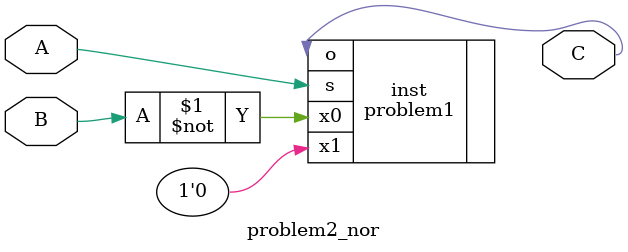
<source format=sv>
module problem2_nor (
    input logic A,
    input logic B,
    output logic C
);	

    problem1 inst (.s(A), .x0(~B), .x1(1'b0), .o(C));

endmodule 

</source>
